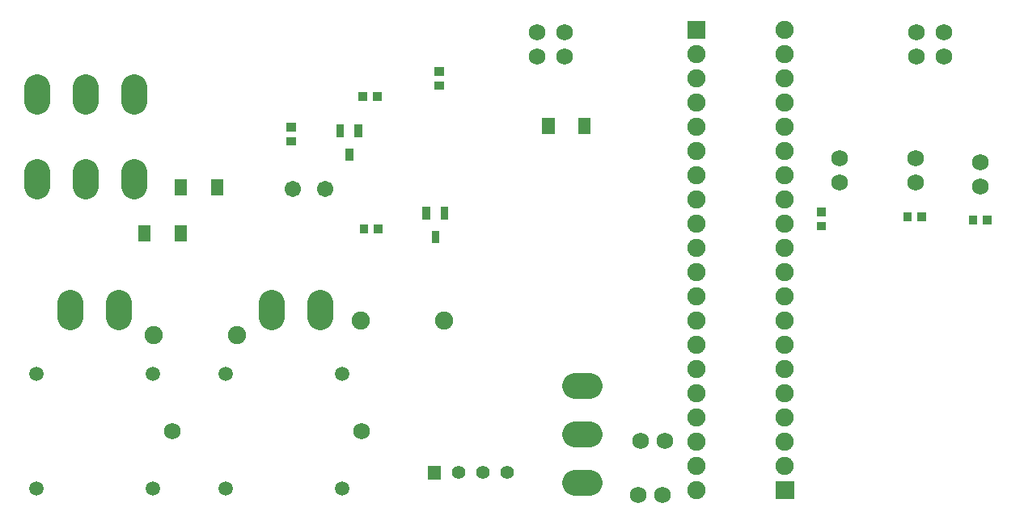
<source format=gts>
G04 Layer: TopSolderMaskLayer*
G04 EasyEDA v6.4.23, 2021-09-03T17:21:03+02:00*
G04 aeee774bf32f4d08b0fc01e64f25dcb3,11806c6667b54f078b534f3636c84428,10*
G04 Gerber Generator version 0.2*
G04 Scale: 100 percent, Rotated: No, Reflected: No *
G04 Dimensions in millimeters *
G04 leading zeros omitted , absolute positions ,4 integer and 5 decimal *
%FSLAX45Y45*%
%MOMM*%

%ADD31C,2.7432*%
%ADD32C,1.7272*%
%ADD35C,1.9016*%
%ADD37C,1.7032*%
%ADD41C,1.3970*%
%ADD42C,1.5032*%
%ADD43C,1.7526*%

%LPD*%
D31*
X6705600Y7899400D02*
G01*
X6858000Y7899400D01*
X6705600Y8407400D02*
G01*
X6858000Y8407400D01*
X6705600Y8915400D02*
G01*
X6858000Y8915400D01*
X4038600Y9791700D02*
G01*
X4038600Y9639300D01*
X3530600Y9639300D02*
G01*
X3530600Y9791700D01*
X1930400Y9791700D02*
G01*
X1930400Y9639300D01*
X1422400Y9639300D02*
G01*
X1422400Y9791700D01*
X2095500Y11899900D02*
G01*
X2095500Y12052300D01*
X1587500Y11899900D02*
G01*
X1587500Y12052300D01*
X1079500Y11899900D02*
G01*
X1079500Y12052300D01*
X1079500Y11163300D02*
G01*
X1079500Y11010900D01*
X1587500Y11163300D02*
G01*
X1587500Y11010900D01*
X2095500Y11163300D02*
G01*
X2095500Y11010900D01*
D32*
G01*
X7391400Y8343900D03*
G01*
X7645400Y8343900D03*
G01*
X7620000Y7772400D03*
G01*
X7366000Y7772400D03*
G36*
X2134108Y10432287D02*
G01*
X2134108Y10598912D01*
X2262631Y10598912D01*
X2262631Y10432287D01*
G37*
G36*
X2512568Y10432287D02*
G01*
X2512568Y10598912D01*
X2641091Y10598912D01*
X2641091Y10432287D01*
G37*
G36*
X2893568Y10914887D02*
G01*
X2893568Y11081512D01*
X3022091Y11081512D01*
X3022091Y10914887D01*
G37*
G36*
X2515108Y10914887D02*
G01*
X2515108Y11081512D01*
X2643631Y11081512D01*
X2643631Y10914887D01*
G37*
G36*
X6363208Y11562587D02*
G01*
X6363208Y11729212D01*
X6491731Y11729212D01*
X6491731Y11562587D01*
G37*
G36*
X6741668Y11562587D02*
G01*
X6741668Y11729212D01*
X6870191Y11729212D01*
X6870191Y11562587D01*
G37*
G01*
X10282097Y12369800D03*
G01*
X10282097Y12623800D03*
G01*
X10566400Y12369800D03*
G01*
X10566400Y12623800D03*
G01*
X6596202Y12369800D03*
G01*
X6596202Y12623800D03*
G01*
X6311900Y12369800D03*
G01*
X6311900Y12623800D03*
G36*
X8807704Y7728204D02*
G01*
X8807704Y7918195D01*
X8997695Y7918195D01*
X8997695Y7728204D01*
G37*
D35*
G01*
X8902700Y8077200D03*
G01*
X8902700Y8331200D03*
G01*
X8902700Y8585200D03*
G01*
X8902700Y8839200D03*
G01*
X8902700Y9093200D03*
G01*
X8902700Y9347200D03*
G01*
X8902700Y9601200D03*
G01*
X8902700Y9855200D03*
G01*
X8902700Y10109200D03*
G01*
X8902700Y10363200D03*
G01*
X8902700Y10617200D03*
G01*
X8902700Y10871200D03*
G01*
X8902700Y11125200D03*
G01*
X8902700Y11379200D03*
G01*
X8902700Y11633200D03*
G01*
X8902700Y11887200D03*
G01*
X8902700Y12141200D03*
G01*
X8902700Y12395200D03*
G01*
X8902700Y12649200D03*
G36*
X7880604Y12554204D02*
G01*
X7880604Y12744195D01*
X8070595Y12744195D01*
X8070595Y12554204D01*
G37*
G01*
X7975600Y12395200D03*
G01*
X7975600Y12141200D03*
G01*
X7975600Y11887200D03*
G01*
X7975600Y11633200D03*
G01*
X7975600Y11379200D03*
G01*
X7975600Y11125200D03*
G01*
X7975600Y10871200D03*
G01*
X7975600Y10617200D03*
G01*
X7975600Y10363200D03*
G01*
X7975600Y10109200D03*
G01*
X7975600Y9855200D03*
G01*
X7975600Y9601200D03*
G01*
X7975600Y9347200D03*
G01*
X7975600Y9093200D03*
G01*
X7975600Y8839200D03*
G01*
X7975600Y8585200D03*
G01*
X7975600Y8331200D03*
G01*
X7975600Y8077200D03*
G01*
X7975600Y7823200D03*
G01*
X2295499Y9448800D03*
G01*
X3165500Y9448800D03*
G01*
X4467199Y9601200D03*
G01*
X5337200Y9601200D03*
G36*
X4303268Y11275568D02*
G01*
X4303268Y11410695D01*
X4383531Y11410695D01*
X4383531Y11275568D01*
G37*
G36*
X4208272Y11525504D02*
G01*
X4208272Y11660631D01*
X4288536Y11660631D01*
X4288536Y11525504D01*
G37*
G36*
X4398263Y11525504D02*
G01*
X4398263Y11660631D01*
X4478527Y11660631D01*
X4478527Y11525504D01*
G37*
G36*
X5204968Y10411968D02*
G01*
X5204968Y10547095D01*
X5285231Y10547095D01*
X5285231Y10411968D01*
G37*
G36*
X5109972Y10661904D02*
G01*
X5109972Y10797031D01*
X5190236Y10797031D01*
X5190236Y10661904D01*
G37*
G36*
X5299963Y10661904D02*
G01*
X5299963Y10797031D01*
X5380227Y10797031D01*
X5380227Y10661904D01*
G37*
D37*
G01*
X4094302Y10985500D03*
G01*
X3754297Y10985500D03*
G36*
X3685540Y11586971D02*
G01*
X3685540Y11677650D01*
X3782059Y11677650D01*
X3782059Y11586971D01*
G37*
G36*
X3685540Y11436350D02*
G01*
X3685540Y11527028D01*
X3782059Y11527028D01*
X3782059Y11436350D01*
G37*
G36*
X4451350Y10518139D02*
G01*
X4451350Y10614660D01*
X4542027Y10614660D01*
X4542027Y10518139D01*
G37*
G36*
X4601972Y10518139D02*
G01*
X4601972Y10614660D01*
X4692650Y10614660D01*
X4692650Y10518139D01*
G37*
G36*
X4589272Y11902439D02*
G01*
X4589272Y11998960D01*
X4679950Y11998960D01*
X4679950Y11902439D01*
G37*
G36*
X4438650Y11902439D02*
G01*
X4438650Y11998960D01*
X4529327Y11998960D01*
X4529327Y11902439D01*
G37*
G36*
X5234940Y12020550D02*
G01*
X5234940Y12111228D01*
X5331459Y12111228D01*
X5331459Y12020550D01*
G37*
G36*
X5234940Y12171171D02*
G01*
X5234940Y12261850D01*
X5331459Y12261850D01*
X5331459Y12171171D01*
G37*
G36*
X5162550Y7938515D02*
G01*
X5162550Y8078215D01*
X5302250Y8078215D01*
X5302250Y7938515D01*
G37*
D41*
G01*
X5486400Y8008340D03*
G01*
X5740400Y8008340D03*
G01*
X5994400Y8008340D03*
D32*
G01*
X2488006Y8445500D03*
D42*
G01*
X2287981Y9045498D03*
G01*
X2287981Y7845501D03*
G01*
X1068019Y9045498D03*
G01*
X1068019Y7845501D03*
D32*
G01*
X4469206Y8445500D03*
D42*
G01*
X4269181Y9045498D03*
G01*
X4269181Y7845501D03*
G01*
X3049193Y9045498D03*
G01*
X3049193Y7845501D03*
D43*
G01*
X10947400Y11264900D03*
G01*
X10947400Y11010900D03*
G01*
X10274300Y11303000D03*
G01*
X10274300Y11049000D03*
G01*
X9474200Y11303000D03*
G01*
X9474200Y11049000D03*
G36*
X9235440Y10697971D02*
G01*
X9235440Y10788650D01*
X9331959Y10788650D01*
X9331959Y10697971D01*
G37*
G36*
X9235440Y10547350D02*
G01*
X9235440Y10638028D01*
X9331959Y10638028D01*
X9331959Y10547350D01*
G37*
G36*
X10291572Y10645139D02*
G01*
X10291572Y10741660D01*
X10382250Y10741660D01*
X10382250Y10645139D01*
G37*
G36*
X10140950Y10645139D02*
G01*
X10140950Y10741660D01*
X10231627Y10741660D01*
X10231627Y10645139D01*
G37*
G36*
X10977372Y10607039D02*
G01*
X10977372Y10703560D01*
X11068050Y10703560D01*
X11068050Y10607039D01*
G37*
G36*
X10826750Y10607039D02*
G01*
X10826750Y10703560D01*
X10917427Y10703560D01*
X10917427Y10607039D01*
G37*
M02*

</source>
